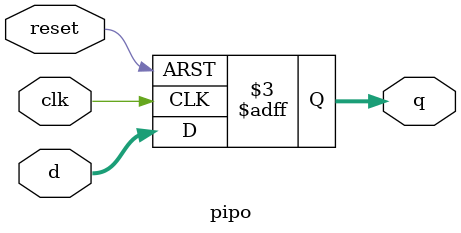
<source format=v>
module pipo (clk,reset,d,q);

input clk,reset;
input [3:0]d;
output reg [3:0]q;

always @(posedge clk or negedge reset) begin
    if (!reset) begin
        q <= 1'b0;
    end   

    else 
        q <= d;
end
    
endmodule
</source>
